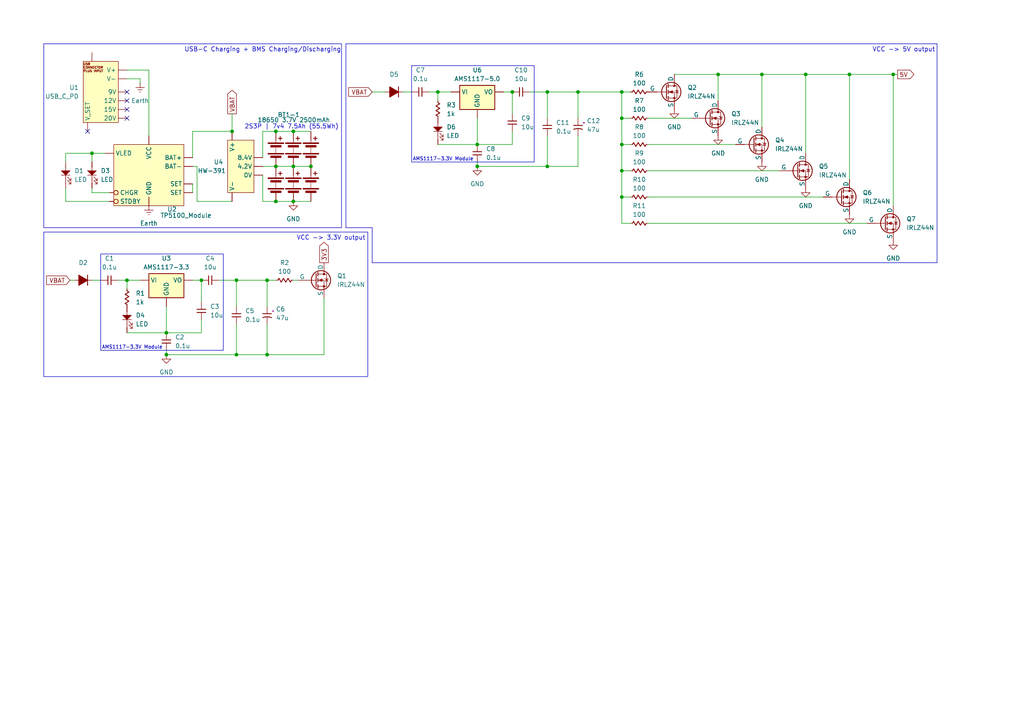
<source format=kicad_sch>
(kicad_sch (version 20231120) (generator "eeschema") (generator_version "8.0")
  (paper "A4")
  (title_block (company "Topographic Robot"))
  (lib_symbols
    (symbol "BMS_Board:TP5100_Module"
      (property "Reference" "U" (at 8.128 -18.796 0))
      (property "Value" "TP5100_Module" (at 10.668 -16.002 0))
      (symbol "TP5100_Module_0_1"
        (rectangle (start -10.16 5.08) (end 10.16 -12.7) (fill (type background)))
      )
      (symbol "TP5100_Module_1_1"
        (pin bidirectional line (at 12.7 1.27 180) (length 2.54) (name "BAT+") (number ""))
        (pin bidirectional line (at 12.7 -1.27 180) (length 2.54) (name "BAT-") (number ""))
        (pin output inverted (at -11.43 -8.89 0) (length 2.54) (name "CHGR") (number ""))
        (pin power_in line (at 0 -12.7 90) (length 2.54) (name "GND") (number ""))
        (pin passive line (at 12.7 -8.89 180) (length 2.54) (name "SET") (number ""))
        (pin passive line (at 12.7 -6.35 180) (length 2.54) (name "SET") (number ""))
        (pin output inverted (at -11.43 -11.43 0) (length 2.54) (name "STDBY") (number ""))
        (pin power_in line (at 0 7.62 270) (length 2.54) (name "VCC") (number ""))
        (pin output line (at -12.7 2.54 0) (length 2.54) (name "VLED") (number ""))
      )
    )
    (symbol "Device:Battery" (pin_numbers hide) (pin_names (offset 0) hide)
      (property "Reference" "BT" (at 2.54 2.54 0))
      (property "Value" "Battery" (at 2.54 0 0))
      (symbol "Battery_0_1"
        (rectangle (start -2.286 -1.27) (end 2.286 -1.524) (fill (type outline)))
        (rectangle (start -2.286 1.778) (end 2.286 1.524) (fill (type outline)))
        (rectangle (start -1.524 -2.032) (end 1.524 -2.54) (fill (type outline)))
        (rectangle (start -1.524 1.016) (end 1.524 0.508) (fill (type outline)))
        (polyline (pts (xy 0 -1.016) (xy 0 -0.762)))
        (polyline (pts (xy 0 -0.508) (xy 0 -0.254)))
        (polyline (pts (xy 0 0) (xy 0 0.254)))
        (polyline (pts (xy 0 1.778) (xy 0 2.54)))
        (polyline (pts (xy 0.762 3.048) (xy 1.778 3.048)) (stroke (width 0.254)))
        (polyline (pts (xy 1.27 3.556) (xy 1.27 2.54)) (stroke (width 0.254)))
      )
      (symbol "Battery_1_1"
        (pin passive line (at 0 5.08 270) (length 2.54) (name "+") (number "1"))
        (pin passive line (at 0 -5.08 90) (length 2.54) (name "-") (number "2"))
      )
    )
    (symbol "HW-391_1"
      (property "Reference" "U" (at 6.604 -8.636 0))
      (property "Value" "HW-391" (at 8.636 -11.43 0))
      (symbol "HW-391_1_0_1"
        (rectangle (start -7.62 1.27) (end 7.62 -6.35) (fill (type background)))
      )
      (symbol "HW-391_1_1_1"
        (pin bidirectional line (at -2.54 -8.89 90) (length 2.54) (name "0V") (number ""))
        (pin bidirectional line (at 0 -8.89 90) (length 2.54) (name "4.2V") (number ""))
        (pin bidirectional line (at 2.54 -8.89 90) (length 2.54) (name "8.4V") (number ""))
        (pin bidirectional line (at 10.16 0 180) (length 2.54) (name "V+") (number ""))
        (pin bidirectional line (at -10.16 0 0) (length 2.54) (name "V-") (number ""))
      )
    )
    (symbol "PCM_Generic-50:C,IEC" (pin_numbers hide) (pin_names (offset 0) hide)
      (property "Reference" "C" (at 1.27 1.27 0))
      (property "Value" "C,IEC" (at 1.27 -1.27 0))
      (property "Indicator" "+" (at -1.27 1.27 0))
      (symbol "C,IEC_1_1"
        (polyline (pts (xy -1.27 -0.4572) (xy 1.27 -0.4572)) (stroke (width 0.254)))
        (polyline (pts (xy -1.27 0.4572) (xy 1.27 0.4572)) (stroke (width 0.254)))
        (pin passive line (at 0 2.54 270) (length 2.0828) (name "+") (number "1"))
        (pin passive line (at 0 -2.54 90) (length 2.0828) (name "-") (number "2"))
      )
    )
    (symbol "PCM_Generic-50:C,IEEE" (pin_numbers hide) (pin_names (offset 0) hide)
      (property "Reference" "C" (at 1.27 1.27 0))
      (property "Value" "C,IEEE" (at 1.27 -1.27 0))
      (property "Indicator" "+" (at -1.27 1.27 0))
      (symbol "C,IEEE_1_1"
        (polyline (pts (xy -1.27 0.4572) (xy 1.27 0.4572)) (stroke (width 0.254)))
        (arc (start 1.27 -0.6858) (mid 0 -0.4566) (end -1.27 -0.6858) (stroke (width 0.254)))
        (pin passive line (at 0 2.54 270) (length 2.0828) (name "+") (number "1"))
        (pin passive line (at 0 -2.54 90) (length 2.0828) (name "-") (number "2"))
      )
    )
    (symbol "PCM_Generic-50:D,IEEE" (pin_numbers hide) (pin_names (offset 0) hide)
      (property "Reference" "D" (at 1.905 1.27 0))
      (property "Value" "${SIM.PARAMS}" (at 1.905 -1.27 0))
      (property "Sim.Params" "D,IEEE" (at 1.905 -1.27 0))
      (symbol "D,IEEE_1_1"
        (polyline (pts (xy -1.4732 -1.27) (xy 1.4732 -1.27)) (stroke (width 0.254)))
        (polyline (pts (xy 0 -1.27) (xy 1.4732 1.27) (xy -1.4732 1.27) (xy 0 -1.27)) (stroke (width 0.254)) (fill (type outline)))
        (pin passive line (at 0 -2.54 90) (length 1.27) (name "K-") (number "1"))
        (pin passive line (at 0 2.54 270) (length 1.27) (name "A+") (number "2"))
      )
    )
    (symbol "PCM_Generic-50:R,IEEE" (pin_numbers hide) (pin_names (offset 0) hide)
      (property "Reference" "R" (at 1.27 1.27 0))
      (property "Value" "R,IEEE" (at 1.27 -1.27 0))
      (symbol "R,IEEE_1_1"
        (polyline (pts (xy 0 1.9812) (xy 0.5588 1.651) (xy -0.5588 0.9906) (xy 0.5588 0.3302) (xy -0.5588 -0.3302) (xy 0.5588 -0.9906) (xy -0.5588 -1.651) (xy 0 -1.9812)) (stroke (width 0.254)))
        (pin passive line (at 0 2.54 270) (length 0.5588) (name "+") (number "1"))
        (pin passive line (at 0 -2.54 90) (length 0.5588) (name "-") (number "2"))
      )
    )
    (symbol "PCM_SL_Devices:LED"
      (property "Reference" "D" (at -0.508 5.334 0))
      (property "Value" "LED" (at -0.508 2.794 0))
      (symbol "LED_0_1"
        (polyline (pts (xy -1.27 0) (xy -2.54 0)))
        (polyline (pts (xy 0 1.27) (xy 0 -1.27)))
        (polyline (pts (xy 0.508 0.508) (xy 1.524 1.524)))
        (polyline (pts (xy 1.27 0) (xy 2.54 0)))
        (polyline (pts (xy 1.524 0.508) (xy 2.54 1.524)))
        (polyline (pts (xy 1.524 1.524) (xy 0.889 1.524)))
        (polyline (pts (xy 1.524 1.524) (xy 1.524 0.889)))
        (polyline (pts (xy 2.54 1.524) (xy 1.905 1.524)))
        (polyline (pts (xy 2.54 1.524) (xy 2.54 0.889)))
        (polyline (pts (xy 0 0) (xy -1.27 -1.27) (xy -1.27 1.27) (xy 0 0) (xy 1.27 0)) (fill (type outline)))
      )
      (symbol "LED_1_1"
        (pin passive line (at 3.81 0 180) (length 1.5) (name "~") (number "1"))
        (pin passive line (at -3.81 0 0) (length 1.5) (name "") (number "2"))
      )
    )
    (symbol "Regulator_Linear:AMS1117-3.3" (pin_numbers hide)
      (property "Reference" "U" (at -3.81 3.175 0))
      (property "Value" "AMS1117-3.3" (at 0 3.175 0))
      (symbol "AMS1117-3.3_0_1"
        (rectangle (start -5.08 -5.08) (end 5.08 1.905) (stroke (width 0.254)) (fill (type background)))
      )
      (symbol "AMS1117-3.3_1_1"
        (pin power_in line (at 0 -7.62 90) (length 2.54) (name "GND") (number "1"))
        (pin power_out line (at 7.62 0 180) (length 2.54) (name "VO") (number "2"))
        (pin power_in line (at -7.62 0 0) (length 2.54) (name "VI") (number "3"))
      )
    )
    (symbol "Regulator_Linear:AMS1117-5.0" (pin_numbers hide)
      (property "Reference" "U" (at -3.81 3.175 0))
      (property "Value" "AMS1117-5.0" (at 0 3.175 0))
      (symbol "AMS1117-5.0_0_1"
        (rectangle (start -5.08 -5.08) (end 5.08 1.905) (stroke (width 0.254)) (fill (type background)))
      )
      (symbol "AMS1117-5.0_1_1"
        (pin power_in line (at 0 -7.62 90) (length 2.54) (name "GND") (number "1"))
        (pin power_out line (at 7.62 0 180) (length 2.54) (name "VO") (number "2"))
        (pin power_in line (at -7.62 0 0) (length 2.54) (name "VI") (number "3"))
      )
    )
    (symbol "Simulation_SPICE:NMOS" (pin_numbers hide) (pin_names (offset 0))
      (property "Reference" "Q" (at 5.08 1.27 0))
      (property "Value" "NMOS" (at 5.08 -1.27 0))
      (symbol "NMOS_0_1"
        (polyline (pts (xy 0.254 0) (xy -2.54 0)))
        (polyline (pts (xy 0.254 1.905) (xy 0.254 -1.905)) (stroke (width 0.254)))
        (polyline (pts (xy 0.762 -1.27) (xy 0.762 -2.286)) (stroke (width 0.254)))
        (polyline (pts (xy 0.762 0.508) (xy 0.762 -0.508)) (stroke (width 0.254)))
        (polyline (pts (xy 0.762 2.286) (xy 0.762 1.27)) (stroke (width 0.254)))
        (polyline (pts (xy 2.54 2.54) (xy 2.54 1.778)))
        (polyline (pts (xy 2.54 -2.54) (xy 2.54 0) (xy 0.762 0)))
        (polyline (pts (xy 0.762 -1.778) (xy 3.302 -1.778) (xy 3.302 1.778) (xy 0.762 1.778)))
        (polyline (pts (xy 1.016 0) (xy 2.032 0.381) (xy 2.032 -0.381) (xy 1.016 0)) (fill (type outline)))
        (polyline (pts (xy 2.794 0.508) (xy 2.921 0.381) (xy 3.683 0.381) (xy 3.81 0.254)))
        (polyline (pts (xy 3.302 0.381) (xy 2.921 -0.254) (xy 3.683 -0.254) (xy 3.302 0.381)))
        (circle (center 1.651 0) (radius 2.794) (stroke (width 0.254)))
        (circle (center 2.54 -1.778) (radius 0.254) (fill (type outline)))
        (circle (center 2.54 1.778) (radius 0.254) (fill (type outline)))
      )
      (symbol "NMOS_1_1"
        (pin passive line (at 2.54 5.08 270) (length 2.54) (name "D") (number "1"))
        (pin input line (at -5.08 0 0) (length 2.54) (name "G") (number "2"))
        (pin passive line (at 2.54 -5.08 90) (length 2.54) (name "S") (number "3"))
      )
    )
    (symbol "USB:USB_C_PD"
      (property "Reference" "U" (at 7.366 -12.954 0))
      (property "Value" "USB_C_PD" (at 5.08 12.7 0))
      (symbol "USB_C_PD_0_1"
        (rectangle (start -3.81 7.62) (end 6.35 -10.16) (fill (type background)))
      )
      (symbol "USB_C_PD_1_1"
        (text "USB \nCONNECTOR \nPLUG INPUT" (at -3.81 5.842 0) (effects (font (size 0.635 0.635)) (justify left)))
        (pin bidirectional line (at -1.27 10.16 270) (length 2.54) (name "") (number ""))
        (pin output line (at 8.89 -3.81 180) (length 2.54) (name "12V") (number ""))
        (pin output line (at 8.89 -6.35 180) (length 2.54) (name "15V") (number ""))
        (pin output line (at 8.89 -8.89 180) (length 2.54) (name "20V") (number ""))
        (pin output line (at 8.89 -1.27 180) (length 2.54) (name "9V") (number ""))
        (pin output line (at 8.89 5.08 180) (length 2.54) (name "V+") (number ""))
        (pin output line (at 8.89 2.54 180) (length 2.54) (name "V-") (number ""))
        (pin output line (at -2.54 -12.7 90) (length 2.54) (name "V_SET") (number ""))
      )
    )
    (symbol "power:Earth" (power) (pin_numbers hide) (pin_names (offset 0) hide)
      (property "Value" "Earth" (at 0 -3.81 0))
      (symbol "Earth_0_1"
        (polyline (pts (xy -0.635 -1.905) (xy 0.635 -1.905)))
        (polyline (pts (xy -0.127 -2.54) (xy 0.127 -2.54)))
        (polyline (pts (xy 0 -1.27) (xy 0 0)))
        (polyline (pts (xy 1.27 -1.27) (xy -1.27 -1.27)))
      )
      (symbol "Earth_1_1"
        (pin power_in line (at 0 0 270) (length 0) (name "~") (number "1"))
      )
    )
    (symbol "power:GND" (power) (pin_numbers hide) (pin_names (offset 0) hide)
      (property "Value" "GND" (at 0 -3.81 0))
      (symbol "GND_0_1"
        (polyline (pts (xy 0 0) (xy 0 -1.27) (xy 1.27 -1.27) (xy 0 -2.54) (xy -1.27 -1.27) (xy 0 -1.27)))
      )
      (symbol "GND_1_1"
        (pin power_in line (at 0 0 270) (length 0) (name "~") (number "1"))
      )
    )
  )
  (junction (at 80.01 38.1))
  (junction (at 68.58 81.28))
  (junction (at 77.47 81.28))
  (junction (at 48.26 102.87))
  (junction (at 233.68 21.59))
  (junction (at 85.09 58.42))
  (junction (at 85.09 38.1))
  (junction (at 85.09 48.26))
  (junction (at 180.34 41.91))
  (junction (at 148.59 26.67))
  (junction (at 90.17 48.26))
  (junction (at 138.43 41.91))
  (junction (at 158.75 26.67))
  (junction (at 180.34 34.29))
  (junction (at 180.34 49.53))
  (junction (at 138.43 48.26))
  (junction (at 36.83 81.28))
  (junction (at 67.31 38.1))
  (junction (at 180.34 57.15))
  (junction (at 127 26.67))
  (junction (at 208.28 21.59))
  (junction (at 80.01 48.26))
  (junction (at 48.26 96.52))
  (junction (at 58.42 81.28))
  (junction (at 246.38 21.59))
  (junction (at 180.34 26.67))
  (junction (at 158.75 48.26))
  (junction (at 77.47 102.87))
  (junction (at 259.08 21.59))
  (junction (at 68.58 102.87))
  (junction (at 26.67 44.45))
  (junction (at 80.01 58.42))
  (junction (at 167.64 26.67))
  (junction (at 220.98 21.59))
  (no_connect (at 25.4 38.1))
  (no_connect (at 36.83 31.75))
  (no_connect (at 36.83 26.67))
  (no_connect (at 36.83 29.21))
  (no_connect (at 36.83 34.29))
  (wire (pts (xy 58.42 87.63) (xy 58.42 81.28)))
  (wire (pts (xy 259.08 21.59) (xy 260.35 21.59)))
  (wire (pts (xy 138.43 48.26) (xy 158.75 48.26)))
  (wire (pts (xy 148.59 26.67) (xy 146.05 26.67)))
  (wire (pts (xy 187.96 34.29) (xy 200.66 34.29)))
  (wire (pts (xy 148.59 33.02) (xy 148.59 26.67)))
  (wire (pts (xy 58.42 92.71) (xy 58.42 96.52)))
  (wire (pts (xy 80.01 38.1) (xy 85.09 38.1)))
  (wire (pts (xy 138.43 41.91) (xy 138.43 34.29)))
  (wire (pts (xy 48.26 96.52) (xy 58.42 96.52)))
  (wire (pts (xy 233.68 44.45) (xy 233.68 21.59)))
  (wire (pts (xy 158.75 26.67) (xy 158.75 34.29)))
  (wire (pts (xy 148.59 38.1) (xy 148.59 41.91)))
  (polyline (pts (xy 107.95 76.2) (xy 271.78 76.2)))
  (wire (pts (xy 57.15 58.42) (xy 57.15 48.26)))
  (wire (pts (xy 76.2 50.8) (xy 76.2 58.42)))
  (wire (pts (xy 246.38 21.59) (xy 246.38 52.07)))
  (wire (pts (xy 246.38 21.59) (xy 259.08 21.59)))
  (wire (pts (xy 187.96 57.15) (xy 238.76 57.15)))
  (wire (pts (xy 48.26 102.87) (xy 68.58 102.87)))
  (wire (pts (xy 180.34 49.53) (xy 180.34 41.91)))
  (wire (pts (xy 48.26 96.52) (xy 48.26 88.9)))
  (wire (pts (xy 180.34 34.29) (xy 180.34 41.91)))
  (wire (pts (xy 68.58 81.28) (xy 68.58 88.9)))
  (wire (pts (xy 80.01 48.26) (xy 85.09 48.26)))
  (wire (pts (xy 67.31 33.02) (xy 67.31 38.1)))
  (wire (pts (xy 116.84 26.67) (xy 119.38 26.67)))
  (wire (pts (xy 259.08 59.69) (xy 259.08 21.59)))
  (wire (pts (xy 76.2 45.72) (xy 76.2 38.1)))
  (wire (pts (xy 26.67 81.28) (xy 29.21 81.28)))
  (wire (pts (xy 57.15 48.26) (xy 55.88 48.26)))
  (wire (pts (xy 124.46 26.67) (xy 127 26.67)))
  (wire (pts (xy 182.88 64.77) (xy 180.34 64.77)))
  (wire (pts (xy 233.68 21.59) (xy 246.38 21.59)))
  (wire (pts (xy 36.83 22.86) (xy 40.64 22.86)))
  (wire (pts (xy 26.67 55.88) (xy 31.75 55.88)))
  (wire (pts (xy 48.26 102.87) (xy 48.26 101.6)))
  (wire (pts (xy 40.64 22.86) (xy 40.64 24.13)))
  (wire (pts (xy 138.43 48.26) (xy 138.43 46.99)))
  (wire (pts (xy 80.01 81.28) (xy 77.47 81.28)))
  (polyline (pts (xy 271.78 76.2) (xy 271.78 12.7)))
  (wire (pts (xy 158.75 48.26) (xy 167.64 48.26)))
  (wire (pts (xy 187.96 49.53) (xy 226.06 49.53)))
  (wire (pts (xy 19.05 44.45) (xy 19.05 46.99)))
  (wire (pts (xy 77.47 93.98) (xy 77.47 102.87)))
  (wire (pts (xy 180.34 64.77) (xy 180.34 57.15)))
  (wire (pts (xy 180.34 57.15) (xy 180.34 49.53)))
  (polyline (pts (xy 100.33 12.7) (xy 100.33 66.04)))
  (wire (pts (xy 76.2 58.42) (xy 80.01 58.42)))
  (wire (pts (xy 195.58 21.59) (xy 208.28 21.59)))
  (wire (pts (xy 208.28 21.59) (xy 208.28 29.21)))
  (wire (pts (xy 36.83 81.28) (xy 40.64 81.28)))
  (wire (pts (xy 127 41.91) (xy 138.43 41.91)))
  (wire (pts (xy 158.75 39.37) (xy 158.75 48.26)))
  (polyline (pts (xy 107.95 66.04) (xy 107.95 76.2)))
  (wire (pts (xy 93.98 86.36) (xy 93.98 102.87)))
  (wire (pts (xy 68.58 102.87) (xy 77.47 102.87)))
  (wire (pts (xy 55.88 45.72) (xy 55.88 38.1)))
  (wire (pts (xy 187.96 41.91) (xy 213.36 41.91)))
  (wire (pts (xy 58.42 81.28) (xy 55.88 81.28)))
  (wire (pts (xy 80.01 58.42) (xy 85.09 58.42)))
  (wire (pts (xy 138.43 41.91) (xy 148.59 41.91)))
  (wire (pts (xy 180.34 34.29) (xy 180.34 26.67)))
  (wire (pts (xy 85.09 38.1) (xy 90.17 38.1)))
  (wire (pts (xy 182.88 57.15) (xy 180.34 57.15)))
  (wire (pts (xy 55.88 53.34) (xy 55.88 55.88)))
  (wire (pts (xy 19.05 54.61) (xy 19.05 58.42)))
  (wire (pts (xy 107.95 26.67) (xy 111.76 26.67)))
  (wire (pts (xy 77.47 81.28) (xy 77.47 88.9)))
  (wire (pts (xy 26.67 44.45) (xy 30.48 44.45)))
  (wire (pts (xy 180.34 26.67) (xy 167.64 26.67)))
  (wire (pts (xy 76.2 38.1) (xy 80.01 38.1)))
  (wire (pts (xy 220.98 21.59) (xy 233.68 21.59)))
  (wire (pts (xy 43.18 20.32) (xy 43.18 39.37)))
  (wire (pts (xy 26.67 44.45) (xy 19.05 44.45)))
  (wire (pts (xy 85.09 48.26) (xy 90.17 48.26)))
  (wire (pts (xy 55.88 38.1) (xy 67.31 38.1)))
  (wire (pts (xy 187.96 64.77) (xy 251.46 64.77)))
  (wire (pts (xy 68.58 81.28) (xy 77.47 81.28)))
  (wire (pts (xy 19.05 58.42) (xy 31.75 58.42)))
  (wire (pts (xy 63.5 81.28) (xy 68.58 81.28)))
  (wire (pts (xy 68.58 93.98) (xy 68.58 102.87)))
  (wire (pts (xy 158.75 26.67) (xy 167.64 26.67)))
  (wire (pts (xy 26.67 44.45) (xy 26.67 46.99)))
  (wire (pts (xy 34.29 81.28) (xy 36.83 81.28)))
  (wire (pts (xy 86.36 81.28) (xy 85.09 81.28)))
  (wire (pts (xy 182.88 26.67) (xy 180.34 26.67)))
  (polyline (pts (xy 100.33 66.04) (xy 107.95 66.04)))
  (wire (pts (xy 182.88 41.91) (xy 180.34 41.91)))
  (wire (pts (xy 167.64 26.67) (xy 167.64 34.29)))
  (wire (pts (xy 20.32 81.28) (xy 21.59 81.28)))
  (wire (pts (xy 153.67 26.67) (xy 158.75 26.67)))
  (wire (pts (xy 36.83 20.32) (xy 43.18 20.32)))
  (wire (pts (xy 182.88 49.53) (xy 180.34 49.53)))
  (wire (pts (xy 36.83 81.28) (xy 36.83 83.82)))
  (wire (pts (xy 208.28 21.59) (xy 220.98 21.59)))
  (wire (pts (xy 67.31 58.42) (xy 57.15 58.42)))
  (wire (pts (xy 127 26.67) (xy 130.81 26.67)))
  (wire (pts (xy 76.2 48.26) (xy 80.01 48.26)))
  (wire (pts (xy 85.09 58.42) (xy 90.17 58.42)))
  (polyline (pts (xy 100.33 12.7) (xy 271.78 12.7)))
  (wire (pts (xy 220.98 21.59) (xy 220.98 36.83)))
  (wire (pts (xy 167.64 39.37) (xy 167.64 48.26)))
  (wire (pts (xy 36.83 96.52) (xy 48.26 96.52)))
  (wire (pts (xy 77.47 102.87) (xy 93.98 102.87)))
  (wire (pts (xy 127 26.67) (xy 127 29.21)))
  (wire (pts (xy 182.88 34.29) (xy 180.34 34.29)))
  (wire (pts (xy 26.67 54.61) (xy 26.67 55.88)))
  (rectangle (start 12.7 12.7) (end 99.06 66.04))
  (rectangle (start 29.21 73.66) (end 64.77 101.6))
  (rectangle (start 12.7 67.31) (end 106.68 109.22))
  (rectangle (start 119.38 19.05) (end 154.94 46.99))
  (text "VCC -> 5V output" (at 262.128 14.478 0) (effects (font (size 1.27 1.27))))
  (text "AMS1117-3.3V Module" (at 38.354 100.838 0) (effects (font (size 1.016 1.016))))
  (text "AMS1117-3.3V Module" (at 128.524 46.228 0) (effects (font (size 1.016 1.016))))
  (text "USB-C Charging + BMS Charging/Discharging" (at 76.2 14.478 0) (effects (font (size 1.27 1.27))))
  (text "VCC -> 3.3V output" (at 96.012 69.088 0) (effects (font (size 1.27 1.27))))
  (text "2S3P | 7v4 7.5Ah (55.5Wh)" (at 84.582 36.83 0) (effects (font (size 1.27 1.27))))
  (global_label "5V" (shape output) (at 260.35 21.59 0) (property "Intersheetrefs" "${INTERSHEET_REFS}" (effects (hide yes))))
  (global_label "VBAT" (shape input) (at 20.32 81.28 180) (property "Intersheetrefs" "${INTERSHEET_REFS}" (effects (hide yes))))
  (global_label "VBAT" (shape output) (at 67.31 33.02 90) (property "Intersheetrefs" "${INTERSHEET_REFS}" (effects (hide yes))))
  (global_label "3V3" (shape output) (at 93.98 76.2 90) (property "Intersheetrefs" "${INTERSHEET_REFS}" (effects (hide yes))))
  (global_label "VBAT" (shape input) (at 107.95 26.67 180) (property "Intersheetrefs" "${INTERSHEET_REFS}" (effects (hide yes))))
  (symbol (lib_id "PCM_Generic-50:C,IEEE") (at 167.64 36.83 0) (unit 1)
    (property "Reference" "C12" (at 170.18 35.052 0) (effects (justify left)))
    (property "Value" "47u" (at 170.18 37.592 0) (effects (justify left)))
    (property "Description" "capacitor, non-polarized/polar(ized)/bipolar (IEEE curved)" (effects (hide yes)))
    (property "Indicator" "+" (at 168.91 35.5728 0) (effects (font (size 0.635 0.635)) (justify left)))
  )
  (symbol (lib_id "PCM_Generic-50:C,IEC") (at 148.59 35.56 180) (unit 1)
    (property "Reference" "C9" (at 151.13 34.2899 0) (effects (justify right)))
    (property "Value" "10u" (at 151.13 36.8299 0) (effects (justify right)))
    (property "Description" "capacitor, non-polarized/polar(ized)/bipolar (IEC)" (effects (hide yes)))
    (property "Indicator" "+" (effects (hide yes)))
  )
  (symbol (lib_id "PCM_Generic-50:C,IEC") (at 48.26 99.06 180) (unit 1)
    (property "Reference" "C2" (at 50.8 97.7899 0) (effects (justify right)))
    (property "Value" "0.1u" (at 50.8 100.3299 0) (effects (justify right)))
    (property "Description" "capacitor, non-polarized/polar(ized)/bipolar (IEC)" (effects (hide yes)))
    (property "Indicator" "+" (effects (hide yes)))
  )
  (symbol (lib_id "PCM_Generic-50:R,IEEE") (at 185.42 64.77 90) (unit 1)
    (property "Reference" "R11" (at 185.42 59.69 90))
    (property "Value" "100" (at 185.42 62.23 90))
    (property "Description" "resistor (IEEE zigzag)" (effects (hide yes)))
    (property "Indicator" "+" (effects (hide yes)))
  )
  (symbol (lib_id "Simulation_SPICE:NMOS") (at 231.14 49.53 0) (unit 1)
    (property "Reference" "Q5" (at 237.49 48.2599 0) (effects (justify left)))
    (property "Value" "IRLZ44N" (at 237.49 50.7999 0) (effects (justify left)))
    (property "Datasheet" "https://ngspice.sourceforge.io/docs/ngspice-html-manual/manual.xhtml#cha_MOSFETs" (effects (hide yes)))
    (property "Description" "N-MOSFET transistor, drain/source/gate" (effects (hide yes)))
    (property "Sim.Device" "NMOS" (effects (hide yes)))
    (property "Sim.Type" "VDMOS" (effects (hide yes)))
    (property "Sim.Pins" "1=D 2=G 3=S" (effects (hide yes)))
  )
  (symbol (lib_id "PCM_Generic-50:R,IEEE") (at 82.55 81.28 90) (unit 1)
    (property "Reference" "R2" (at 82.55 76.2 90))
    (property "Value" "100" (at 82.55 78.74 90))
    (property "Description" "resistor (IEEE zigzag)" (effects (hide yes)))
    (property "Indicator" "+" (effects (hide yes)))
  )
  (symbol (lib_id "power:GND") (at 246.38 62.23 0) (unit 1)
    (property "Reference" "#PWR011" (effects (hide yes)))
    (property "Value" "GND" (at 246.38 67.31 0))
    (property "Description" "Power symbol creates a global label with name \"GND\" , ground" (effects (hide yes)))
  )
  (symbol (lib_id "Regulator_Linear:AMS1117-5.0") (at 138.43 26.67 0) (unit 1)
    (property "Reference" "U6" (at 138.43 20.32 0))
    (property "Value" "AMS1117-5.0" (at 138.43 22.86 0))
    (property "Footprint" "Package_TO_SOT_SMD:SOT-223-3_TabPin2" (effects (hide yes)))
    (property "Datasheet" "http://www.advanced-monolithic.com/pdf/ds1117.pdf" (effects (hide yes)))
    (property "Description" "1A Low Dropout regulator, positive, 5.0V fixed output, SOT-223" (effects (hide yes)))
  )
  (symbol (lib_id "PCM_Generic-50:R,IEEE") (at 185.42 49.53 90) (unit 1)
    (property "Reference" "R9" (at 185.42 44.45 90))
    (property "Value" "100" (at 185.42 46.99 90))
    (property "Description" "resistor (IEEE zigzag)" (effects (hide yes)))
    (property "Indicator" "+" (effects (hide yes)))
  )
  (symbol (lib_id "PCM_Generic-50:R,IEEE") (at 185.42 26.67 90) (unit 1)
    (property "Reference" "R6" (at 185.42 21.59 90))
    (property "Value" "100" (at 185.42 24.13 90))
    (property "Description" "resistor (IEEE zigzag)" (effects (hide yes)))
    (property "Indicator" "+" (effects (hide yes)))
  )
  (symbol (lib_id "PCM_Generic-50:C,IEC") (at 121.92 26.67 90) (unit 1)
    (property "Reference" "C7" (at 121.92 20.32 90))
    (property "Value" "0.1u" (at 121.92 22.86 90))
    (property "Description" "capacitor, non-polarized/polar(ized)/bipolar (IEC)" (effects (hide yes)))
    (property "Indicator" "+" (effects (hide yes)))
  )
  (symbol (lib_id "PCM_Generic-50:C,IEC") (at 68.58 91.44 180) (unit 1)
    (property "Reference" "C5" (at 71.12 90.1699 0) (effects (justify right)))
    (property "Value" "0.1u" (at 71.12 92.7099 0) (effects (justify right)))
    (property "Description" "capacitor, non-polarized/polar(ized)/bipolar (IEC)" (effects (hide yes)))
    (property "Indicator" "+" (effects (hide yes)))
  )
  (symbol (lib_id "Simulation_SPICE:NMOS") (at 91.44 81.28 0) (unit 1)
    (property "Reference" "Q1" (at 97.79 80.0099 0) (effects (justify left)))
    (property "Value" "IRLZ44N" (at 97.79 82.5499 0) (effects (justify left)))
    (property "Datasheet" "https://ngspice.sourceforge.io/docs/ngspice-html-manual/manual.xhtml#cha_MOSFETs" (effects (hide yes)))
    (property "Description" "N-MOSFET transistor, drain/source/gate" (effects (hide yes)))
    (property "Sim.Device" "NMOS" (effects (hide yes)))
    (property "Sim.Type" "VDMOS" (effects (hide yes)))
    (property "Sim.Pins" "1=D 2=G 3=S" (effects (hide yes)))
  )
  (symbol (lib_id "PCM_Generic-50:C,IEC") (at 58.42 90.17 180) (unit 1)
    (property "Reference" "C3" (at 60.96 88.8999 0) (effects (justify right)))
    (property "Value" "10u" (at 60.96 91.4399 0) (effects (justify right)))
    (property "Description" "capacitor, non-polarized/polar(ized)/bipolar (IEC)" (effects (hide yes)))
    (property "Indicator" "+" (effects (hide yes)))
  )
  (symbol (lib_id "PCM_Generic-50:C,IEC") (at 138.43 44.45 180) (unit 1)
    (property "Reference" "C8" (at 140.97 43.1799 0) (effects (justify right)))
    (property "Value" "0.1u" (at 140.97 45.7199 0) (effects (justify right)))
    (property "Description" "capacitor, non-polarized/polar(ized)/bipolar (IEC)" (effects (hide yes)))
    (property "Indicator" "+" (effects (hide yes)))
  )
  (symbol (lib_id "Simulation_SPICE:NMOS") (at 218.44 41.91 0) (unit 1)
    (property "Reference" "Q4" (at 224.79 40.6399 0) (effects (justify left)))
    (property "Value" "IRLZ44N" (at 224.79 43.1799 0) (effects (justify left)))
    (property "Datasheet" "https://ngspice.sourceforge.io/docs/ngspice-html-manual/manual.xhtml#cha_MOSFETs" (effects (hide yes)))
    (property "Description" "N-MOSFET transistor, drain/source/gate" (effects (hide yes)))
    (property "Sim.Device" "NMOS" (effects (hide yes)))
    (property "Sim.Type" "VDMOS" (effects (hide yes)))
    (property "Sim.Pins" "1=D 2=G 3=S" (effects (hide yes)))
  )
  (symbol (lib_id "PCM_Generic-50:D,IEEE") (at 114.3 26.67 90) (unit 1)
    (property "Reference" "D5" (at 114.3 21.59 90))
    (property "Value" "${SIM.PARAMS}" (at 114.3 22.86 90))
    (property "Description" "semiconductor diode (IEEE filled)" (effects (hide yes)))
    (property "Field-1" "SPICE" (effects (hide yes)))
  )
  (symbol (lib_id "power:GND") (at 233.68 54.61 0) (unit 1)
    (property "Reference" "#PWR010" (effects (hide yes)))
    (property "Value" "GND" (at 233.68 59.69 0))
    (property "Description" "Power symbol creates a global label with name \"GND\" , ground" (effects (hide yes)))
  )
  (symbol (lib_id "USB:USB_C_PD") (at 27.94 25.4 0) (unit 1)
    (property "Reference" "U1" (at 22.86 25.3999 0) (effects (justify right)))
    (property "Value" "USB_C_PD" (at 22.86 27.9399 0) (effects (justify right)))
  )
  (symbol (lib_id "PCM_Generic-50:C,IEEE") (at 77.47 91.44 0) (unit 1)
    (property "Reference" "C6" (at 80.01 89.662 0) (effects (justify left)))
    (property "Value" "47u" (at 80.01 92.202 0) (effects (justify left)))
    (property "Description" "capacitor, non-polarized/polar(ized)/bipolar (IEEE curved)" (effects (hide yes)))
    (property "Indicator" "+" (at 78.74 90.1828 0) (effects (font (size 0.635 0.635)) (justify left)))
  )
  (symbol (lib_id "power:GND") (at 220.98 46.99 0) (unit 1)
    (property "Reference" "#PWR09" (effects (hide yes)))
    (property "Value" "GND" (at 220.98 52.07 0))
    (property "Description" "Power symbol creates a global label with name \"GND\" , ground" (effects (hide yes)))
  )
  (symbol (lib_id "PCM_Generic-50:R,IEEE") (at 127 31.75 0) (unit 1)
    (property "Reference" "R3" (at 129.54 30.4799 0) (effects (justify left)))
    (property "Value" "1k" (at 129.54 33.0199 0) (effects (justify left)))
    (property "Description" "resistor (IEEE zigzag)" (effects (hide yes)))
    (property "Indicator" "+" (effects (hide yes)))
  )
  (symbol (lib_id "PCM_Generic-50:C,IEC") (at 158.75 36.83 180) (unit 1)
    (property "Reference" "C11" (at 161.29 35.5599 0) (effects (justify right)))
    (property "Value" "0.1u" (at 161.29 38.0999 0) (effects (justify right)))
    (property "Description" "capacitor, non-polarized/polar(ized)/bipolar (IEC)" (effects (hide yes)))
    (property "Indicator" "+" (effects (hide yes)))
  )
  (symbol (lib_id "power:GND") (at 138.43 48.26 0) (unit 1)
    (property "Reference" "#PWR06" (effects (hide yes)))
    (property "Value" "GND" (at 138.43 53.34 0))
    (property "Description" "Power symbol creates a global label with name \"GND\" , ground" (effects (hide yes)))
  )
  (symbol (lib_id "Device:Battery") (at 90.17 43.18 0) (unit 1)
    (property "Reference" "BT5" (effects (hide yes)))
    (property "Value" "18650 3.7V 2500mAh" (effects (hide yes)))
    (property "Description" "Multiple-cell battery" (effects (hide yes)))
  )
  (symbol (lib_id "Simulation_SPICE:NMOS") (at 205.74 34.29 0) (unit 1)
    (property "Reference" "Q3" (at 212.09 33.0199 0) (effects (justify left)))
    (property "Value" "IRLZ44N" (at 212.09 35.5599 0) (effects (justify left)))
    (property "Datasheet" "https://ngspice.sourceforge.io/docs/ngspice-html-manual/manual.xhtml#cha_MOSFETs" (effects (hide yes)))
    (property "Description" "N-MOSFET transistor, drain/source/gate" (effects (hide yes)))
    (property "Sim.Device" "NMOS" (effects (hide yes)))
    (property "Sim.Type" "VDMOS" (effects (hide yes)))
    (property "Sim.Pins" "1=D 2=G 3=S" (effects (hide yes)))
  )
  (symbol (lib_id "power:Earth") (at 40.64 24.13 0) (unit 1)
    (property "Reference" "#PWR01" (effects (hide yes)))
    (property "Value" "Earth" (at 40.64 29.21 0))
    (property "Description" "Power symbol creates a global label with name \"Earth\"" (effects (hide yes)))
  )
  (symbol (lib_id "Device:Battery") (at 85.09 43.18 0) (unit 1)
    (property "Reference" "BT3" (effects (hide yes)))
    (property "Value" "18650 3.7V 2500mAh" (effects (hide yes)))
    (property "Description" "Multiple-cell battery" (effects (hide yes)))
  )
  (symbol (lib_id "PCM_Generic-50:C,IEC") (at 60.96 81.28 270) (unit 1)
    (property "Reference" "C4" (at 60.96 74.93 90))
    (property "Value" "10u" (at 60.96 77.47 90))
    (property "Description" "capacitor, non-polarized/polar(ized)/bipolar (IEC)" (effects (hide yes)))
    (property "Indicator" "+" (effects (hide yes)))
  )
  (symbol (lib_id "power:Earth") (at 43.18 59.69 0) (unit 1)
    (property "Reference" "#PWR02" (effects (hide yes)))
    (property "Value" "Earth" (at 43.18 64.77 0))
    (property "Description" "Power symbol creates a global label with name \"Earth\"" (effects (hide yes)))
  )
  (symbol (lib_id "PCM_SL_Devices:LED") (at 127 38.1 270) (unit 1)
    (property "Reference" "D6" (at 129.54 36.8299 90) (effects (justify left)))
    (property "Value" "LED" (at 129.54 39.3699 90) (effects (justify left)))
    (property "Footprint" "LED_THT:LED_D5.0mm" (effects (hide yes)))
    (property "Description" "Common 5mm diameter LED" (effects (hide yes)))
  )
  (symbol (lib_id "PCM_Generic-50:R,IEEE") (at 185.42 57.15 90) (unit 1)
    (property "Reference" "R10" (at 185.42 52.07 90))
    (property "Value" "100" (at 185.42 54.61 90))
    (property "Description" "resistor (IEEE zigzag)" (effects (hide yes)))
    (property "Indicator" "+" (effects (hide yes)))
  )
  (symbol (lib_id "PCM_SL_Devices:LED") (at 26.67 50.8 270) (unit 1)
    (property "Reference" "D3" (at 29.21 49.5299 90) (effects (justify left)))
    (property "Value" "LED" (at 29.21 52.0699 90) (effects (justify left)))
    (property "Footprint" "LED_THT:LED_D5.0mm" (effects (hide yes)))
    (property "Description" "Common 5mm diameter LED" (effects (hide yes)))
  )
  (symbol (lib_id "PCM_Generic-50:C,IEC") (at 151.13 26.67 270) (unit 1)
    (property "Reference" "C10" (at 151.13 20.32 90))
    (property "Value" "10u" (at 151.13 22.86 90))
    (property "Description" "capacitor, non-polarized/polar(ized)/bipolar (IEC)" (effects (hide yes)))
    (property "Indicator" "+" (effects (hide yes)))
  )
  (symbol (lib_id "PCM_Generic-50:R,IEEE") (at 185.42 34.29 90) (unit 1)
    (property "Reference" "R7" (at 185.42 29.21 90))
    (property "Value" "100" (at 185.42 31.75 90))
    (property "Description" "resistor (IEEE zigzag)" (effects (hide yes)))
    (property "Indicator" "+" (effects (hide yes)))
  )
  (symbol (lib_id "Simulation_SPICE:NMOS") (at 256.54 64.77 0) (unit 1)
    (property "Reference" "Q7" (at 262.89 63.4999 0) (effects (justify left)))
    (property "Value" "IRLZ44N" (at 262.89 66.0399 0) (effects (justify left)))
    (property "Datasheet" "https://ngspice.sourceforge.io/docs/ngspice-html-manual/manual.xhtml#cha_MOSFETs" (effects (hide yes)))
    (property "Description" "N-MOSFET transistor, drain/source/gate" (effects (hide yes)))
    (property "Sim.Device" "NMOS" (effects (hide yes)))
    (property "Sim.Type" "VDMOS" (effects (hide yes)))
    (property "Sim.Pins" "1=D 2=G 3=S" (effects (hide yes)))
  )
  (symbol (lib_id "power:GND") (at 195.58 31.75 0) (unit 1)
    (property "Reference" "#PWR07" (effects (hide yes)))
    (property "Value" "GND" (at 195.58 36.83 0))
    (property "Description" "Power symbol creates a global label with name \"GND\" , ground" (effects (hide yes)))
  )
  (symbol (lib_name "HW-391_1") (lib_id "BMS_Board:HW-391") (at 67.31 48.26 90) (unit 1)
    (property "Reference" "U4" (at 64.77 46.9899 90) (effects (justify left)))
    (property "Value" "HW-391" (at 65.532 49.53 90) (effects (justify left)))
  )
  (symbol (lib_id "power:GND") (at 259.08 69.85 0) (unit 1)
    (property "Reference" "#PWR012" (effects (hide yes)))
    (property "Value" "GND" (at 259.08 74.93 0))
    (property "Description" "Power symbol creates a global label with name \"GND\" , ground" (effects (hide yes)))
  )
  (symbol (lib_id "Simulation_SPICE:NMOS") (at 243.84 57.15 0) (unit 1)
    (property "Reference" "Q6" (at 250.19 55.8799 0) (effects (justify left)))
    (property "Value" "IRLZ44N" (at 250.19 58.4199 0) (effects (justify left)))
    (property "Datasheet" "https://ngspice.sourceforge.io/docs/ngspice-html-manual/manual.xhtml#cha_MOSFETs" (effects (hide yes)))
    (property "Description" "N-MOSFET transistor, drain/source/gate" (effects (hide yes)))
    (property "Sim.Device" "NMOS" (effects (hide yes)))
    (property "Sim.Type" "VDMOS" (effects (hide yes)))
    (property "Sim.Pins" "1=D 2=G 3=S" (effects (hide yes)))
  )
  (symbol (lib_id "Simulation_SPICE:NMOS") (at 193.04 26.67 0) (unit 1)
    (property "Reference" "Q2" (at 199.39 25.3999 0) (effects (justify left)))
    (property "Value" "IRLZ44N" (at 199.39 27.9399 0) (effects (justify left)))
    (property "Datasheet" "https://ngspice.sourceforge.io/docs/ngspice-html-manual/manual.xhtml#cha_MOSFETs" (effects (hide yes)))
    (property "Description" "N-MOSFET transistor, drain/source/gate" (effects (hide yes)))
    (property "Sim.Device" "NMOS" (effects (hide yes)))
    (property "Sim.Type" "VDMOS" (effects (hide yes)))
    (property "Sim.Pins" "1=D 2=G 3=S" (effects (hide yes)))
  )
  (symbol (lib_id "PCM_SL_Devices:LED") (at 36.83 92.71 270) (unit 1)
    (property "Reference" "D4" (at 39.37 91.4399 90) (effects (justify left)))
    (property "Value" "LED" (at 39.37 93.9799 90) (effects (justify left)))
    (property "Footprint" "LED_THT:LED_D5.0mm" (effects (hide yes)))
    (property "Description" "Common 5mm diameter LED" (effects (hide yes)))
  )
  (symbol (lib_id "PCM_Generic-50:C,IEC") (at 31.75 81.28 90) (unit 1)
    (property "Reference" "C1" (at 31.75 74.93 90))
    (property "Value" "0.1u" (at 31.75 77.47 90))
    (property "Description" "capacitor, non-polarized/polar(ized)/bipolar (IEC)" (effects (hide yes)))
    (property "Indicator" "+" (effects (hide yes)))
  )
  (symbol (lib_id "Device:Battery") (at 80.01 53.34 0) (unit 1)
    (property "Reference" "BT2" (effects (hide yes)))
    (property "Value" "18650 3.7V 2500mAh" (effects (hide yes)))
    (property "Description" "Multiple-cell battery" (effects (hide yes)))
  )
  (symbol (lib_id "Regulator_Linear:AMS1117-3.3") (at 48.26 81.28 0) (unit 1)
    (property "Reference" "U3" (at 48.26 74.93 0))
    (property "Value" "AMS1117-3.3" (at 48.26 77.47 0))
    (property "Footprint" "Package_TO_SOT_SMD:SOT-223-3_TabPin2" (effects (hide yes)))
    (property "Datasheet" "http://www.advanced-monolithic.com/pdf/ds1117.pdf" (effects (hide yes)))
    (property "Description" "1A Low Dropout regulator, positive, 3.3V fixed output, SOT-223" (effects (hide yes)))
  )
  (symbol (lib_id "Device:Battery") (at 85.09 53.34 0) (unit 1)
    (property "Reference" "BT4" (effects (hide yes)))
    (property "Value" "18650 3.7V 2500mAh" (effects (hide yes)))
    (property "Description" "Multiple-cell battery" (effects (hide yes)))
  )
  (symbol (lib_id "BMS_Board:TP5100_Module") (at 43.18 46.99 0) (unit 1)
    (property "Reference" "U2" (at 48.514 60.706 0) (effects (justify left)))
    (property "Value" "TP5100_Module" (at 46.482 62.484 0) (effects (justify left)))
  )
  (symbol (lib_id "Device:Battery") (at 90.17 53.34 0) (unit 1)
    (property "Reference" "BT1-1" (at 80.518 33.274 0) (effects (justify left)))
    (property "Value" "18650 3.7V 2500mAh" (at 74.676 34.798 0) (effects (justify left)))
    (property "Description" "Multiple-cell battery" (effects (hide yes)))
  )
  (symbol (lib_id "PCM_Generic-50:R,IEEE") (at 36.83 86.36 0) (unit 1)
    (property "Reference" "R1" (at 39.37 85.0899 0) (effects (justify left)))
    (property "Value" "1k" (at 39.37 87.6299 0) (effects (justify left)))
    (property "Description" "resistor (IEEE zigzag)" (effects (hide yes)))
    (property "Indicator" "+" (effects (hide yes)))
  )
  (symbol (lib_id "Device:Battery") (at 80.01 43.18 0) (unit 1)
    (property "Reference" "BT1" (effects (hide yes)))
    (property "Value" "18650 3.7V 2500mAh" (effects (hide yes)))
    (property "Description" "Multiple-cell battery" (effects (hide yes)))
  )
  (symbol (lib_id "PCM_Generic-50:R,IEEE") (at 185.42 41.91 90) (unit 1)
    (property "Reference" "R8" (at 185.42 36.83 90))
    (property "Value" "100" (at 185.42 39.37 90))
    (property "Description" "resistor (IEEE zigzag)" (effects (hide yes)))
    (property "Indicator" "+" (effects (hide yes)))
  )
  (symbol (lib_id "power:GND") (at 85.09 58.42 0) (unit 1)
    (property "Reference" "#PWR04" (effects (hide yes)))
    (property "Value" "GND" (at 85.09 63.5 0))
    (property "Description" "Power symbol creates a global label with name \"GND\" , ground" (effects (hide yes)))
  )
  (symbol (lib_id "power:GND") (at 48.26 102.87 0) (unit 1)
    (property "Reference" "#PWR03" (effects (hide yes)))
    (property "Value" "GND" (at 48.26 107.95 0))
    (property "Description" "Power symbol creates a global label with name \"GND\" , ground" (effects (hide yes)))
  )
  (symbol (lib_id "power:GND") (at 208.28 39.37 0) (unit 1)
    (property "Reference" "#PWR08" (effects (hide yes)))
    (property "Value" "GND" (at 208.28 44.45 0))
    (property "Description" "Power symbol creates a global label with name \"GND\" , ground" (effects (hide yes)))
  )
  (symbol (lib_id "PCM_Generic-50:D,IEEE") (at 24.13 81.28 90) (unit 1)
    (property "Reference" "D2" (at 24.13 76.2 90))
    (property "Value" "${SIM.PARAMS}" (at 24.13 77.47 90))
    (property "Description" "semiconductor diode (IEEE filled)" (effects (hide yes)))
    (property "Field-1" "SPICE" (effects (hide yes)))
  )
  (symbol (lib_id "PCM_SL_Devices:LED") (at 19.05 50.8 270) (unit 1)
    (property "Reference" "D1" (at 21.59 49.5299 90) (effects (justify left)))
    (property "Value" "LED" (at 21.59 52.0699 90) (effects (justify left)))
    (property "Footprint" "LED_THT:LED_D5.0mm" (effects (hide yes)))
    (property "Description" "Common 5mm diameter LED" (effects (hide yes)))
  )
)
</source>
